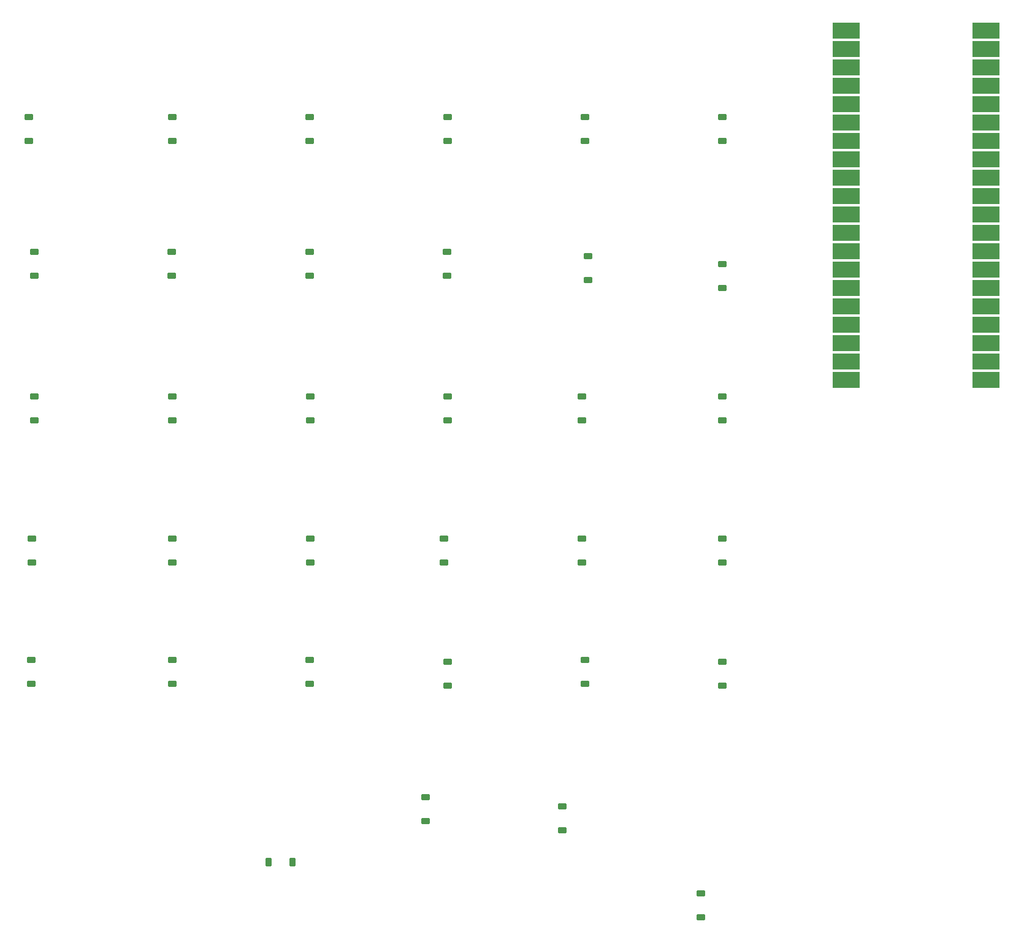
<source format=gbr>
%TF.GenerationSoftware,KiCad,Pcbnew,9.0.6*%
%TF.CreationDate,2026-01-10T21:08:18+05:30*%
%TF.ProjectId,pcb,7063622e-6b69-4636-9164-5f7063625858,rev?*%
%TF.SameCoordinates,Original*%
%TF.FileFunction,Paste,Top*%
%TF.FilePolarity,Positive*%
%FSLAX46Y46*%
G04 Gerber Fmt 4.6, Leading zero omitted, Abs format (unit mm)*
G04 Created by KiCad (PCBNEW 9.0.6) date 2026-01-10 21:08:18*
%MOMM*%
%LPD*%
G01*
G04 APERTURE LIST*
G04 Aperture macros list*
%AMRoundRect*
0 Rectangle with rounded corners*
0 $1 Rounding radius*
0 $2 $3 $4 $5 $6 $7 $8 $9 X,Y pos of 4 corners*
0 Add a 4 corners polygon primitive as box body*
4,1,4,$2,$3,$4,$5,$6,$7,$8,$9,$2,$3,0*
0 Add four circle primitives for the rounded corners*
1,1,$1+$1,$2,$3*
1,1,$1+$1,$4,$5*
1,1,$1+$1,$6,$7*
1,1,$1+$1,$8,$9*
0 Add four rect primitives between the rounded corners*
20,1,$1+$1,$2,$3,$4,$5,0*
20,1,$1+$1,$4,$5,$6,$7,0*
20,1,$1+$1,$6,$7,$8,$9,0*
20,1,$1+$1,$8,$9,$2,$3,0*%
G04 Aperture macros list end*
%ADD10RoundRect,0.225000X0.375000X-0.225000X0.375000X0.225000X-0.375000X0.225000X-0.375000X-0.225000X0*%
%ADD11RoundRect,0.225000X-0.375000X0.225000X-0.375000X-0.225000X0.375000X-0.225000X0.375000X0.225000X0*%
%ADD12RoundRect,0.225000X0.225000X0.375000X-0.225000X0.375000X-0.225000X-0.375000X0.225000X-0.375000X0*%
%ADD13R,3.800000X2.200000*%
G04 APERTURE END LIST*
D10*
%TO.C,D20*%
X91000000Y-92650000D03*
X91000000Y-89350000D03*
%TD*%
D11*
%TO.C,D33*%
X144860000Y-126320000D03*
X144860000Y-129620000D03*
%TD*%
D10*
%TO.C,D18*%
X167000000Y-72950000D03*
X167000000Y-69650000D03*
%TD*%
%TO.C,D27*%
X110000000Y-109350000D03*
X110000000Y-106050000D03*
%TD*%
%TO.C,D16*%
X129000000Y-72950000D03*
X129000000Y-69650000D03*
%TD*%
%TO.C,D15*%
X110100000Y-72950000D03*
X110100000Y-69650000D03*
%TD*%
%TO.C,D4*%
X129000000Y-34350000D03*
X129000000Y-31050000D03*
%TD*%
%TO.C,D23*%
X147550000Y-92650000D03*
X147550000Y-89350000D03*
%TD*%
D12*
%TO.C,D31*%
X107650000Y-134000000D03*
X104350000Y-134000000D03*
%TD*%
D10*
%TO.C,D1*%
X71200000Y-34350000D03*
X71200000Y-31050000D03*
%TD*%
%TO.C,D2*%
X91000000Y-34350000D03*
X91000000Y-31050000D03*
%TD*%
%TO.C,D30*%
X167000000Y-109650000D03*
X167000000Y-106350000D03*
%TD*%
%TO.C,D24*%
X167000000Y-92650000D03*
X167000000Y-89350000D03*
%TD*%
%TO.C,D21*%
X110100000Y-92650000D03*
X110100000Y-89350000D03*
%TD*%
%TO.C,D8*%
X90950000Y-53000000D03*
X90950000Y-49700000D03*
%TD*%
%TO.C,D19*%
X71650000Y-92650000D03*
X71650000Y-89350000D03*
%TD*%
%TO.C,D7*%
X71950000Y-53000000D03*
X71950000Y-49700000D03*
%TD*%
%TO.C,D32*%
X126000000Y-128350000D03*
X126000000Y-125050000D03*
%TD*%
D11*
%TO.C,D34*%
X164000000Y-138350000D03*
X164000000Y-141650000D03*
%TD*%
D10*
%TO.C,D26*%
X91000000Y-109350000D03*
X91000000Y-106050000D03*
%TD*%
%TO.C,D14*%
X91000000Y-72950000D03*
X91000000Y-69650000D03*
%TD*%
%TO.C,D5*%
X148000000Y-34350000D03*
X148000000Y-31050000D03*
%TD*%
%TO.C,D9*%
X109950000Y-53000000D03*
X109950000Y-49700000D03*
%TD*%
%TO.C,D17*%
X147550000Y-72950000D03*
X147550000Y-69650000D03*
%TD*%
%TO.C,D28*%
X129000000Y-109650000D03*
X129000000Y-106350000D03*
%TD*%
%TO.C,D12*%
X167000000Y-54665000D03*
X167000000Y-51365000D03*
%TD*%
%TO.C,D29*%
X148000000Y-109350000D03*
X148000000Y-106050000D03*
%TD*%
%TO.C,D22*%
X128550000Y-92650000D03*
X128550000Y-89350000D03*
%TD*%
D13*
%TO.C,A1*%
X184030000Y-19125000D03*
X184030000Y-21665000D03*
X184030000Y-24205000D03*
X184030000Y-26745000D03*
X184030000Y-29285000D03*
X184030000Y-31825000D03*
X184030000Y-34365000D03*
X184030000Y-36905000D03*
X184030000Y-39445000D03*
X184030000Y-41985000D03*
X184030000Y-44525000D03*
X184030000Y-47065000D03*
X184030000Y-49605000D03*
X184030000Y-52145000D03*
X184030000Y-54685000D03*
X184030000Y-57225000D03*
X184030000Y-59765000D03*
X184030000Y-62305000D03*
X184030000Y-64845000D03*
X184030000Y-67385000D03*
X203410000Y-19125000D03*
X203410000Y-21665000D03*
X203410000Y-24205000D03*
X203410000Y-26745000D03*
X203410000Y-29285000D03*
X203410000Y-31825000D03*
X203410000Y-34365000D03*
X203410000Y-36905000D03*
X203410000Y-39445000D03*
X203410000Y-41985000D03*
X203410000Y-44525000D03*
X203410000Y-47065000D03*
X203410000Y-49605000D03*
X203410000Y-52145000D03*
X203410000Y-54685000D03*
X203410000Y-57225000D03*
X203410000Y-59765000D03*
X203410000Y-62305000D03*
X203410000Y-64845000D03*
X203410000Y-67385000D03*
%TD*%
D10*
%TO.C,D6*%
X167000000Y-34350000D03*
X167000000Y-31050000D03*
%TD*%
%TO.C,D11*%
X148425000Y-53575000D03*
X148425000Y-50275000D03*
%TD*%
%TO.C,D10*%
X128950000Y-53015000D03*
X128950000Y-49715000D03*
%TD*%
%TO.C,D25*%
X71550000Y-109350000D03*
X71550000Y-106050000D03*
%TD*%
%TO.C,D3*%
X110000000Y-34350000D03*
X110000000Y-31050000D03*
%TD*%
%TO.C,D13*%
X72000000Y-72950000D03*
X72000000Y-69650000D03*
%TD*%
M02*

</source>
